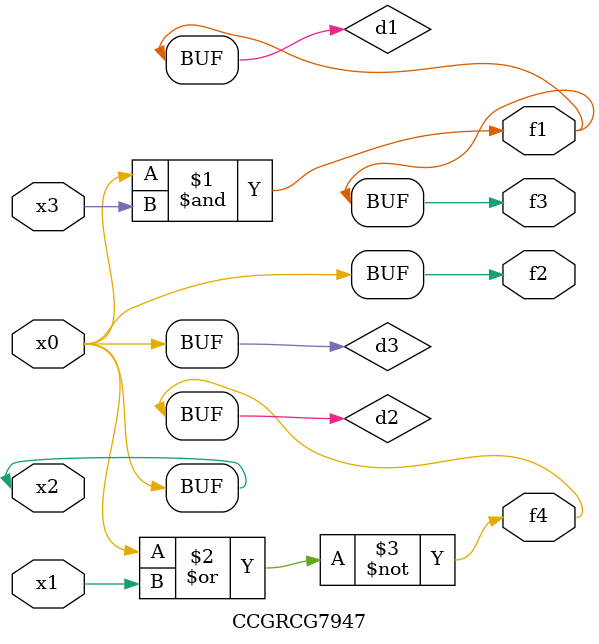
<source format=v>
module CCGRCG7947(
	input x0, x1, x2, x3,
	output f1, f2, f3, f4
);

	wire d1, d2, d3;

	and (d1, x2, x3);
	nor (d2, x0, x1);
	buf (d3, x0, x2);
	assign f1 = d1;
	assign f2 = d3;
	assign f3 = d1;
	assign f4 = d2;
endmodule

</source>
